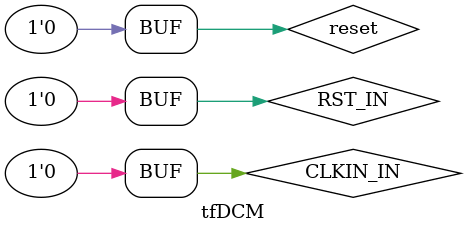
<source format=v>
`timescale 1ns / 1ps


module tfDCM;

	// Inputs
	reg CLKIN_IN;
	reg RST_IN;

	// Outputs
	wire CLKIN_IBUFG_OUT;
	wire CLKOUT0_OUT;
	wire CLKOUT1_OUT;
	wire CLKOUT2_OUT;
	wire CLKOUT3_OUT;
	wire CLKOUT4_OUT;
	wire CLKOUT5_OUT;
	wire LOCKED_OUT;

	// Instantiate the Unit Under Test (UUT)
	DCM_100 uut (
		.CLKIN_IN(CLKIN_IN), 
		.RST_IN(RST_IN), 
		.CLKIN_IBUFG_OUT(CLKIN_IBUFG_OUT), 
		.CLKOUT0_OUT(CLKOUT0_OUT), 
		.CLKOUT1_OUT(CLKOUT1_OUT), 
		.CLKOUT2_OUT(CLKOUT2_OUT), 
		.CLKOUT3_OUT(CLKOUT3_OUT), 
		.CLKOUT4_OUT(CLKOUT4_OUT), 
		.CLKOUT5_OUT(CLKOUT5_OUT), 
		.LOCKED_OUT(LOCKED_OUT)
	);

	initial begin
		// Initialize Inputs
		CLKIN_IN = 0;
		RST_IN = 0;

		// Wait 100 ns for global reset to finish
		// Wait 100 ns for global reset to finish
		#100; 
		reset = 1;
		#10;
		reset = 0;
		#100;
        
		// Add stimulus here

	end
    
	always
	begin
	#5;
	CLKIN_IN = 1;
	#5;
	CLKIN_IN = 0;
	end     
endmodule


</source>
